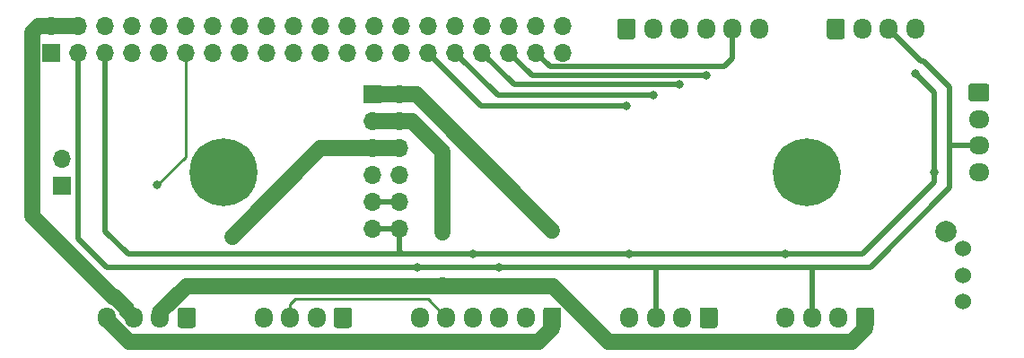
<source format=gbr>
%TF.GenerationSoftware,KiCad,Pcbnew,5.1.8-5.fc33*%
%TF.CreationDate,2020-12-26T13:36:50+00:00*%
%TF.ProjectId,breakout,62726561-6b6f-4757-942e-6b696361645f,rev?*%
%TF.SameCoordinates,Original*%
%TF.FileFunction,Copper,L1,Top*%
%TF.FilePolarity,Positive*%
%FSLAX46Y46*%
G04 Gerber Fmt 4.6, Leading zero omitted, Abs format (unit mm)*
G04 Created by KiCad (PCBNEW 5.1.8-5.fc33) date 2020-12-26 13:36:50*
%MOMM*%
%LPD*%
G01*
G04 APERTURE LIST*
%TA.AperFunction,ComponentPad*%
%ADD10O,1.700000X1.700000*%
%TD*%
%TA.AperFunction,ComponentPad*%
%ADD11R,1.700000X1.700000*%
%TD*%
%TA.AperFunction,ComponentPad*%
%ADD12C,6.400000*%
%TD*%
%TA.AperFunction,ComponentPad*%
%ADD13O,1.700000X1.950000*%
%TD*%
%TA.AperFunction,ComponentPad*%
%ADD14O,1.950000X1.700000*%
%TD*%
%TA.AperFunction,ComponentPad*%
%ADD15C,2.000000*%
%TD*%
%TA.AperFunction,ComponentPad*%
%ADD16C,1.524000*%
%TD*%
%TA.AperFunction,ViaPad*%
%ADD17C,0.800000*%
%TD*%
%TA.AperFunction,Conductor*%
%ADD18C,1.500000*%
%TD*%
%TA.AperFunction,Conductor*%
%ADD19C,0.250000*%
%TD*%
%TA.AperFunction,Conductor*%
%ADD20C,0.500000*%
%TD*%
G04 APERTURE END LIST*
D10*
%TO.P,J12,12*%
%TO.N,SCL*%
X131540000Y-127900000D03*
%TO.P,J12,11*%
X129000000Y-127900000D03*
%TO.P,J12,10*%
%TO.N,SDA*%
X131540000Y-125360000D03*
%TO.P,J12,9*%
X129000000Y-125360000D03*
%TO.P,J12,8*%
%TO.N,GND*%
X131540000Y-122820000D03*
%TO.P,J12,7*%
X129000000Y-122820000D03*
%TO.P,J12,6*%
%TO.N,+3V3*%
X131540000Y-120280000D03*
%TO.P,J12,5*%
X129000000Y-120280000D03*
%TO.P,J12,4*%
%TO.N,+5V*%
X131540000Y-117740000D03*
%TO.P,J12,3*%
X129000000Y-117740000D03*
%TO.P,J12,2*%
%TO.N,+12V*%
X131540000Y-115200000D03*
D11*
%TO.P,J12,1*%
X129000000Y-115200000D03*
%TD*%
D12*
%TO.P,REF\u002A\u002A,1*%
%TO.N,N/C*%
X170000000Y-122500000D03*
%TD*%
%TO.P,REF\u002A\u002A,1*%
%TO.N,N/C*%
X115000000Y-122500000D03*
%TD*%
D10*
%TO.P,J3,40*%
%TO.N,Net-(J3-Pad40)*%
X147010000Y-108710000D03*
%TO.P,J3,39*%
%TO.N,Net-(J3-Pad39)*%
X147010000Y-111250000D03*
%TO.P,J3,38*%
%TO.N,Net-(J3-Pad38)*%
X144470000Y-108710000D03*
%TO.P,J3,37*%
%TO.N,LIFT_DOWN*%
X144470000Y-111250000D03*
%TO.P,J3,36*%
%TO.N,Net-(J3-Pad36)*%
X141930000Y-108710000D03*
%TO.P,J3,35*%
%TO.N,LIFT_UP*%
X141930000Y-111250000D03*
%TO.P,J3,34*%
%TO.N,Net-(J3-Pad34)*%
X139390000Y-108710000D03*
%TO.P,J3,33*%
%TO.N,UPSIDE_DOWN*%
X139390000Y-111250000D03*
%TO.P,J3,32*%
%TO.N,Net-(J3-Pad32)*%
X136850000Y-108710000D03*
%TO.P,J3,31*%
%TO.N,RIGHT_WAY_UP*%
X136850000Y-111250000D03*
%TO.P,J3,30*%
%TO.N,Net-(J3-Pad30)*%
X134310000Y-108710000D03*
%TO.P,J3,29*%
%TO.N,CLAW_OPEN*%
X134310000Y-111250000D03*
%TO.P,J3,28*%
%TO.N,Net-(J3-Pad28)*%
X131770000Y-108710000D03*
%TO.P,J3,27*%
%TO.N,Net-(J3-Pad27)*%
X131770000Y-111250000D03*
%TO.P,J3,26*%
%TO.N,Net-(J3-Pad26)*%
X129230000Y-108710000D03*
%TO.P,J3,25*%
%TO.N,Net-(J3-Pad25)*%
X129230000Y-111250000D03*
%TO.P,J3,24*%
%TO.N,Net-(J3-Pad24)*%
X126690000Y-108710000D03*
%TO.P,J3,23*%
%TO.N,Net-(J3-Pad23)*%
X126690000Y-111250000D03*
%TO.P,J3,22*%
%TO.N,Net-(J3-Pad22)*%
X124150000Y-108710000D03*
%TO.P,J3,21*%
%TO.N,Net-(J3-Pad21)*%
X124150000Y-111250000D03*
%TO.P,J3,20*%
%TO.N,Net-(J3-Pad20)*%
X121610000Y-108710000D03*
%TO.P,J3,19*%
%TO.N,Net-(J3-Pad19)*%
X121610000Y-111250000D03*
%TO.P,J3,18*%
%TO.N,Net-(J3-Pad18)*%
X119070000Y-108710000D03*
%TO.P,J3,17*%
%TO.N,Net-(J3-Pad17)*%
X119070000Y-111250000D03*
%TO.P,J3,16*%
%TO.N,Net-(J3-Pad16)*%
X116530000Y-108710000D03*
%TO.P,J3,15*%
%TO.N,Net-(J3-Pad15)*%
X116530000Y-111250000D03*
%TO.P,J3,14*%
%TO.N,Net-(J3-Pad14)*%
X113990000Y-108710000D03*
%TO.P,J3,13*%
%TO.N,Net-(J3-Pad13)*%
X113990000Y-111250000D03*
%TO.P,J3,12*%
%TO.N,Net-(J3-Pad12)*%
X111450000Y-108710000D03*
%TO.P,J3,11*%
%TO.N,Net-(J3-Pad11)*%
X111450000Y-111250000D03*
%TO.P,J3,10*%
%TO.N,Net-(J3-Pad10)*%
X108910000Y-108710000D03*
%TO.P,J3,9*%
%TO.N,Net-(J3-Pad9)*%
X108910000Y-111250000D03*
%TO.P,J3,8*%
%TO.N,Net-(J3-Pad8)*%
X106370000Y-108710000D03*
%TO.P,J3,7*%
%TO.N,Net-(J3-Pad7)*%
X106370000Y-111250000D03*
%TO.P,J3,6*%
%TO.N,GND*%
X103830000Y-108710000D03*
%TO.P,J3,5*%
%TO.N,SCL*%
X103830000Y-111250000D03*
%TO.P,J3,4*%
%TO.N,+5VD*%
X101290000Y-108710000D03*
%TO.P,J3,3*%
%TO.N,SDA*%
X101290000Y-111250000D03*
%TO.P,J3,2*%
%TO.N,+5VD*%
X98750000Y-108710000D03*
D11*
%TO.P,J3,1*%
%TO.N,+3V3*%
X98750000Y-111250000D03*
%TD*%
D13*
%TO.P,J11,4*%
%TO.N,SCL*%
X153250000Y-136250000D03*
%TO.P,J11,3*%
%TO.N,SDA*%
X155750000Y-136250000D03*
%TO.P,J11,2*%
%TO.N,GND*%
X158250000Y-136250000D03*
%TO.P,J11,1*%
%TO.N,+3V3*%
%TA.AperFunction,ComponentPad*%
G36*
G01*
X161600000Y-135525000D02*
X161600000Y-136975000D01*
G75*
G02*
X161350000Y-137225000I-250000J0D01*
G01*
X160150000Y-137225000D01*
G75*
G02*
X159900000Y-136975000I0J250000D01*
G01*
X159900000Y-135525000D01*
G75*
G02*
X160150000Y-135275000I250000J0D01*
G01*
X161350000Y-135275000D01*
G75*
G02*
X161600000Y-135525000I0J-250000D01*
G01*
G37*
%TD.AperFunction*%
%TD*%
%TO.P,J10,4*%
%TO.N,SCL*%
X168000000Y-136250000D03*
%TO.P,J10,3*%
%TO.N,SDA*%
X170500000Y-136250000D03*
%TO.P,J10,2*%
%TO.N,GND*%
X173000000Y-136250000D03*
%TO.P,J10,1*%
%TO.N,+5V*%
%TA.AperFunction,ComponentPad*%
G36*
G01*
X176350000Y-135525000D02*
X176350000Y-136975000D01*
G75*
G02*
X176100000Y-137225000I-250000J0D01*
G01*
X174900000Y-137225000D01*
G75*
G02*
X174650000Y-136975000I0J250000D01*
G01*
X174650000Y-135525000D01*
G75*
G02*
X174900000Y-135275000I250000J0D01*
G01*
X176100000Y-135275000D01*
G75*
G02*
X176350000Y-135525000I0J-250000D01*
G01*
G37*
%TD.AperFunction*%
%TD*%
D14*
%TO.P,J9,4*%
%TO.N,SCL*%
X186250000Y-122500000D03*
%TO.P,J9,3*%
%TO.N,SDA*%
X186250000Y-120000000D03*
%TO.P,J9,2*%
%TO.N,GND*%
X186250000Y-117500000D03*
%TO.P,J9,1*%
%TO.N,+3V3*%
%TA.AperFunction,ComponentPad*%
G36*
G01*
X185525000Y-114150000D02*
X186975000Y-114150000D01*
G75*
G02*
X187225000Y-114400000I0J-250000D01*
G01*
X187225000Y-115600000D01*
G75*
G02*
X186975000Y-115850000I-250000J0D01*
G01*
X185525000Y-115850000D01*
G75*
G02*
X185275000Y-115600000I0J250000D01*
G01*
X185275000Y-114400000D01*
G75*
G02*
X185525000Y-114150000I250000J0D01*
G01*
G37*
%TD.AperFunction*%
%TD*%
D13*
%TO.P,J8,4*%
%TO.N,SCL*%
X180250000Y-109000000D03*
%TO.P,J8,3*%
%TO.N,SDA*%
X177750000Y-109000000D03*
%TO.P,J8,2*%
%TO.N,GND*%
X175250000Y-109000000D03*
%TO.P,J8,1*%
%TO.N,+3V3*%
%TA.AperFunction,ComponentPad*%
G36*
G01*
X171900000Y-109725000D02*
X171900000Y-108275000D01*
G75*
G02*
X172150000Y-108025000I250000J0D01*
G01*
X173350000Y-108025000D01*
G75*
G02*
X173600000Y-108275000I0J-250000D01*
G01*
X173600000Y-109725000D01*
G75*
G02*
X173350000Y-109975000I-250000J0D01*
G01*
X172150000Y-109975000D01*
G75*
G02*
X171900000Y-109725000I0J250000D01*
G01*
G37*
%TD.AperFunction*%
%TD*%
%TO.P,J7,6*%
%TO.N,GND*%
X165500000Y-109000000D03*
%TO.P,J7,5*%
%TO.N,LIFT_DOWN*%
X163000000Y-109000000D03*
%TO.P,J7,4*%
%TO.N,LIFT_UP*%
X160500000Y-109000000D03*
%TO.P,J7,3*%
%TO.N,UPSIDE_DOWN*%
X158000000Y-109000000D03*
%TO.P,J7,2*%
%TO.N,RIGHT_WAY_UP*%
X155500000Y-109000000D03*
%TO.P,J7,1*%
%TO.N,CLAW_OPEN*%
%TA.AperFunction,ComponentPad*%
G36*
G01*
X152150000Y-109725000D02*
X152150000Y-108275000D01*
G75*
G02*
X152400000Y-108025000I250000J0D01*
G01*
X153600000Y-108025000D01*
G75*
G02*
X153850000Y-108275000I0J-250000D01*
G01*
X153850000Y-109725000D01*
G75*
G02*
X153600000Y-109975000I-250000J0D01*
G01*
X152400000Y-109975000D01*
G75*
G02*
X152150000Y-109725000I0J250000D01*
G01*
G37*
%TD.AperFunction*%
%TD*%
%TO.P,J6,6*%
%TO.N,Net-(J6-Pad6)*%
X133500000Y-136250000D03*
%TO.P,J6,5*%
%TO.N,Net-(J2-Pad3)*%
X136000000Y-136250000D03*
%TO.P,J6,4*%
%TO.N,SCL*%
X138500000Y-136250000D03*
%TO.P,J6,3*%
%TO.N,SDA*%
X141000000Y-136250000D03*
%TO.P,J6,2*%
%TO.N,GND*%
X143500000Y-136250000D03*
%TO.P,J6,1*%
%TO.N,+12V*%
%TA.AperFunction,ComponentPad*%
G36*
G01*
X146850000Y-135525000D02*
X146850000Y-136975000D01*
G75*
G02*
X146600000Y-137225000I-250000J0D01*
G01*
X145400000Y-137225000D01*
G75*
G02*
X145150000Y-136975000I0J250000D01*
G01*
X145150000Y-135525000D01*
G75*
G02*
X145400000Y-135275000I250000J0D01*
G01*
X146600000Y-135275000D01*
G75*
G02*
X146850000Y-135525000I0J-250000D01*
G01*
G37*
%TD.AperFunction*%
%TD*%
D10*
%TO.P,J5,2*%
%TO.N,GND*%
X99750000Y-121250000D03*
D11*
%TO.P,J5,1*%
%TO.N,START_CORD*%
X99750000Y-123790000D03*
%TD*%
D15*
%TO.P,J4,*%
%TO.N,*%
X183150000Y-128150000D03*
D16*
%TO.P,J4,3*%
%TO.N,GND*%
X184750000Y-134750000D03*
%TO.P,J4,2*%
%TO.N,Net-(J4-Pad2)*%
X184750000Y-132250000D03*
%TO.P,J4,1*%
%TO.N,+3V3*%
X184750000Y-129750000D03*
%TD*%
D13*
%TO.P,J2,4*%
%TO.N,GND*%
X118750000Y-136250000D03*
%TO.P,J2,3*%
%TO.N,Net-(J2-Pad3)*%
X121250000Y-136250000D03*
%TO.P,J2,2*%
%TO.N,GND*%
X123750000Y-136250000D03*
%TO.P,J2,1*%
%TO.N,Net-(J2-Pad1)*%
%TA.AperFunction,ComponentPad*%
G36*
G01*
X127100000Y-135525000D02*
X127100000Y-136975000D01*
G75*
G02*
X126850000Y-137225000I-250000J0D01*
G01*
X125650000Y-137225000D01*
G75*
G02*
X125400000Y-136975000I0J250000D01*
G01*
X125400000Y-135525000D01*
G75*
G02*
X125650000Y-135275000I250000J0D01*
G01*
X126850000Y-135275000D01*
G75*
G02*
X127100000Y-135525000I0J-250000D01*
G01*
G37*
%TD.AperFunction*%
%TD*%
%TO.P,J1,4*%
%TO.N,+12V*%
X104000000Y-136250000D03*
%TO.P,J1,3*%
%TO.N,+5VD*%
X106500000Y-136250000D03*
%TO.P,J1,2*%
%TO.N,+5V*%
X109000000Y-136250000D03*
%TO.P,J1,1*%
%TO.N,GND*%
%TA.AperFunction,ComponentPad*%
G36*
G01*
X112350000Y-135525000D02*
X112350000Y-136975000D01*
G75*
G02*
X112100000Y-137225000I-250000J0D01*
G01*
X110900000Y-137225000D01*
G75*
G02*
X110650000Y-136975000I0J250000D01*
G01*
X110650000Y-135525000D01*
G75*
G02*
X110900000Y-135275000I250000J0D01*
G01*
X112100000Y-135275000D01*
G75*
G02*
X112350000Y-135525000I0J-250000D01*
G01*
G37*
%TD.AperFunction*%
%TD*%
D17*
%TO.N,+12V*%
X146000000Y-128000000D03*
%TO.N,+5V*%
X135600000Y-133200000D03*
X135600000Y-128200000D03*
%TO.N,+3V3*%
X115800000Y-128600000D03*
%TO.N,SCL*%
X180250000Y-113250000D03*
X182000000Y-122500000D03*
X168000000Y-130250000D03*
X153250000Y-130250000D03*
X138500000Y-130250000D03*
%TO.N,SDA*%
X141000000Y-131500000D03*
X133300000Y-131500000D03*
%TO.N,LIFT_UP*%
X160500000Y-113400001D03*
%TO.N,UPSIDE_DOWN*%
X158000000Y-114250001D03*
%TO.N,RIGHT_WAY_UP*%
X155500000Y-115250000D03*
%TO.N,CLAW_OPEN*%
X153000000Y-116250000D03*
%TO.N,Net-(J3-Pad11)*%
X108750000Y-123749998D03*
%TD*%
D18*
%TO.N,+12V*%
X104000000Y-136420598D02*
X106079402Y-138500000D01*
X104000000Y-136250000D02*
X104000000Y-136420598D01*
X146000000Y-137225000D02*
X146000000Y-136250000D01*
X144725000Y-138500000D02*
X146000000Y-137225000D01*
X106079402Y-138500000D02*
X144725000Y-138500000D01*
X133200000Y-115200000D02*
X131540000Y-115200000D01*
X146000000Y-128000000D02*
X133200000Y-115200000D01*
X131540000Y-115200000D02*
X129000000Y-115200000D01*
%TO.N,+5VD*%
X98750000Y-108710000D02*
X101290000Y-108710000D01*
X96949999Y-109307920D02*
X97547919Y-108710000D01*
X96949999Y-126699999D02*
X96949999Y-109307920D01*
X104574990Y-134324990D02*
X96949999Y-126699999D01*
X104745588Y-134324990D02*
X104574990Y-134324990D01*
X105800010Y-135379412D02*
X104745588Y-134324990D01*
X105800010Y-135550010D02*
X105800010Y-135379412D01*
X97547919Y-108710000D02*
X98750000Y-108710000D01*
X106500000Y-136250000D02*
X105800010Y-135550010D01*
%TO.N,+5V*%
X175500000Y-137225000D02*
X175500000Y-136250000D01*
X174225000Y-138500000D02*
X175500000Y-137225000D01*
X151272074Y-138500000D02*
X174225000Y-138500000D01*
X146022074Y-133250000D02*
X151272074Y-138500000D01*
X109000000Y-135727926D02*
X111477926Y-133250000D01*
X109000000Y-136250000D02*
X109000000Y-135727926D01*
X135650000Y-133250000D02*
X135600000Y-133200000D01*
X135750000Y-133250000D02*
X135650000Y-133250000D01*
X111477926Y-133250000D02*
X135750000Y-133250000D01*
X135750000Y-133250000D02*
X146022074Y-133250000D01*
X132742081Y-117740000D02*
X131540000Y-117740000D01*
X135600000Y-120597919D02*
X132742081Y-117740000D01*
X135600000Y-128200000D02*
X135600000Y-120597919D01*
X131540000Y-117740000D02*
X129000000Y-117740000D01*
D19*
%TO.N,Net-(J2-Pad3)*%
X121250000Y-135000000D02*
X121750000Y-134500000D01*
X121250000Y-136250000D02*
X121250000Y-135000000D01*
X134250000Y-134500000D02*
X136000000Y-136250000D01*
X121750000Y-134500000D02*
X134250000Y-134500000D01*
D18*
%TO.N,+3V3*%
X131540000Y-120280000D02*
X129000000Y-120280000D01*
X124120000Y-120280000D02*
X115800000Y-128600000D01*
X129000000Y-120280000D02*
X124120000Y-120280000D01*
D20*
%TO.N,SCL*%
X103830000Y-111250000D02*
X103830000Y-128080000D01*
X103830000Y-128080000D02*
X106000000Y-130250000D01*
X175250000Y-130250000D02*
X182000000Y-123500000D01*
X182000000Y-115000000D02*
X180250000Y-113250000D01*
X182000000Y-123500000D02*
X182000000Y-122500000D01*
X182000000Y-122500000D02*
X182000000Y-115000000D01*
X168000000Y-130250000D02*
X175250000Y-130250000D01*
X153250000Y-130250000D02*
X168000000Y-130250000D01*
X138500000Y-130250000D02*
X153250000Y-130250000D01*
X131540000Y-127900000D02*
X129000000Y-127900000D01*
X131540000Y-129940000D02*
X131850000Y-130250000D01*
X131540000Y-127900000D02*
X131540000Y-129940000D01*
X131850000Y-130250000D02*
X138500000Y-130250000D01*
X106000000Y-130250000D02*
X131850000Y-130250000D01*
%TO.N,SDA*%
X101290000Y-111250000D02*
X101290000Y-128790000D01*
X101290000Y-128790000D02*
X104000000Y-131500000D01*
X176000000Y-131500000D02*
X183500000Y-124000000D01*
X183500000Y-114500000D02*
X181000000Y-112000000D01*
X180750000Y-112000000D02*
X177750000Y-109000000D01*
X181000000Y-112000000D02*
X180750000Y-112000000D01*
X183500000Y-120000000D02*
X186250000Y-120000000D01*
X183500000Y-124000000D02*
X183500000Y-120000000D01*
X183500000Y-120000000D02*
X183500000Y-114500000D01*
X170500000Y-136250000D02*
X170500000Y-131500000D01*
X170500000Y-131500000D02*
X176000000Y-131500000D01*
X155750000Y-131500000D02*
X155750000Y-136250000D01*
X155750000Y-131500000D02*
X170500000Y-131500000D01*
X141000000Y-131500000D02*
X155750000Y-131500000D01*
X129000000Y-125360000D02*
X131540000Y-125360000D01*
X133300000Y-131500000D02*
X141000000Y-131500000D01*
X104000000Y-131500000D02*
X133300000Y-131500000D01*
%TO.N,LIFT_DOWN*%
X145770001Y-112550001D02*
X162199999Y-112550001D01*
X144470000Y-111250000D02*
X145770001Y-112550001D01*
X163000000Y-111750000D02*
X163000000Y-109000000D01*
X162199999Y-112550001D02*
X163000000Y-111750000D01*
%TO.N,LIFT_UP*%
X144080001Y-113400001D02*
X160500000Y-113400001D01*
X141930000Y-111250000D02*
X144080001Y-113400001D01*
%TO.N,UPSIDE_DOWN*%
X142390001Y-114250001D02*
X158000000Y-114250001D01*
X139390000Y-111250000D02*
X142390001Y-114250001D01*
%TO.N,RIGHT_WAY_UP*%
X140850000Y-115250000D02*
X155500000Y-115250000D01*
X136850000Y-111250000D02*
X140850000Y-115250000D01*
%TO.N,CLAW_OPEN*%
X139310000Y-116250000D02*
X153000000Y-116250000D01*
X134310000Y-111250000D02*
X139310000Y-116250000D01*
D19*
%TO.N,Net-(J3-Pad11)*%
X111450000Y-111250000D02*
X111450000Y-121049998D01*
X111450000Y-121049998D02*
X108750000Y-123749998D01*
%TD*%
M02*

</source>
